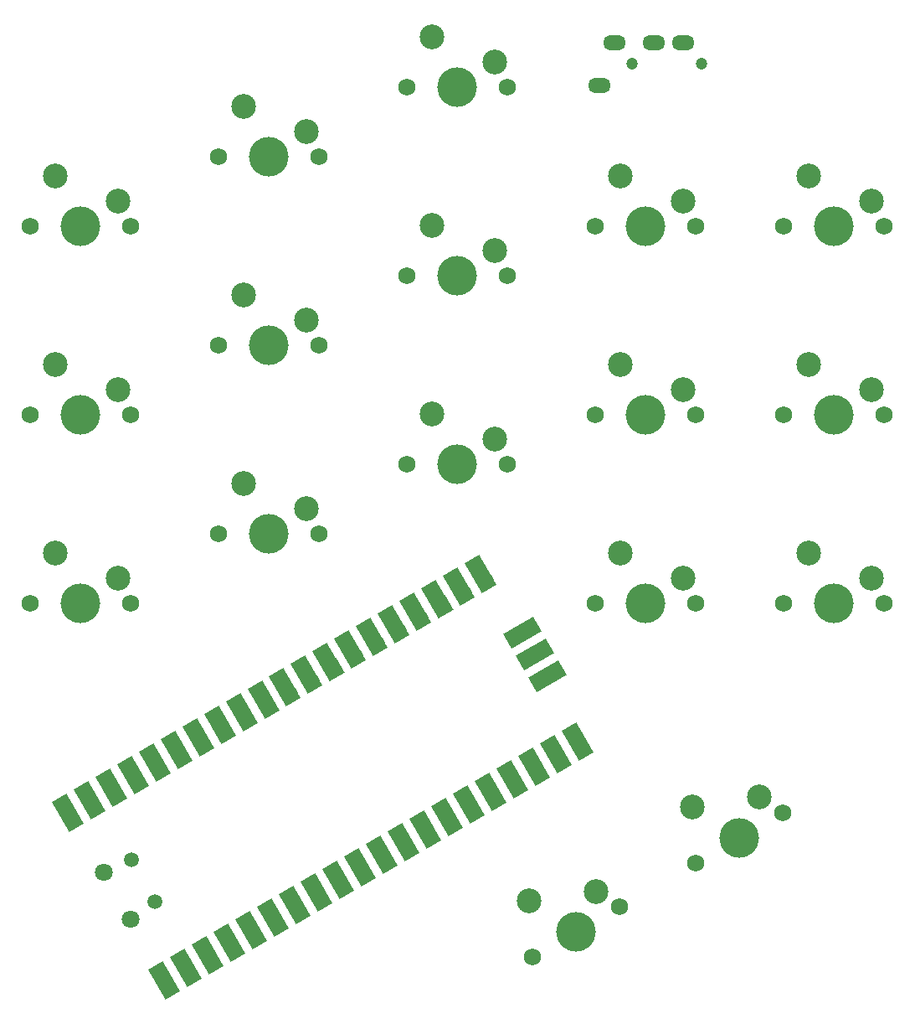
<source format=gbr>
%TF.GenerationSoftware,KiCad,Pcbnew,7.0.8-7.0.8~ubuntu22.04.1*%
%TF.CreationDate,2023-10-29T15:08:38+03:00*%
%TF.ProjectId,Keeb,4b656562-2e6b-4696-9361-645f70636258,rev?*%
%TF.SameCoordinates,Original*%
%TF.FileFunction,Soldermask,Top*%
%TF.FilePolarity,Negative*%
%FSLAX46Y46*%
G04 Gerber Fmt 4.6, Leading zero omitted, Abs format (unit mm)*
G04 Created by KiCad (PCBNEW 7.0.8-7.0.8~ubuntu22.04.1) date 2023-10-29 15:08:38*
%MOMM*%
%LPD*%
G01*
G04 APERTURE LIST*
G04 Aperture macros list*
%AMHorizOval*
0 Thick line with rounded ends*
0 $1 width*
0 $2 $3 position (X,Y) of the first rounded end (center of the circle)*
0 $4 $5 position (X,Y) of the second rounded end (center of the circle)*
0 Add line between two ends*
20,1,$1,$2,$3,$4,$5,0*
0 Add two circle primitives to create the rounded ends*
1,1,$1,$2,$3*
1,1,$1,$4,$5*%
%AMRotRect*
0 Rectangle, with rotation*
0 The origin of the aperture is its center*
0 $1 length*
0 $2 width*
0 $3 Rotation angle, in degrees counterclockwise*
0 Add horizontal line*
21,1,$1,$2,0,0,$3*%
G04 Aperture macros list end*
%ADD10C,1.200000*%
%ADD11O,2.300000X1.500000*%
%ADD12HorizOval,1.800000X0.000000X0.000000X0.000000X0.000000X0*%
%ADD13HorizOval,1.500000X0.000000X0.000000X0.000000X0.000000X0*%
%ADD14HorizOval,1.700000X0.000000X0.000000X0.000000X0.000000X0*%
%ADD15RotRect,3.500000X1.700000X120.000000*%
%ADD16RotRect,1.700000X1.700000X120.000000*%
%ADD17RotRect,3.500000X1.700000X210.000000*%
%ADD18C,1.750000*%
%ADD19C,4.000000*%
%ADD20C,2.500000*%
G04 APERTURE END LIST*
D10*
%TO.C,J1*%
X184035000Y-32445000D03*
X177035000Y-32445000D03*
D11*
X182235000Y-30295000D03*
X179235000Y-30295000D03*
X175235000Y-30295000D03*
X173735000Y-34595000D03*
%TD*%
D12*
%TO.C,U1*%
X126327890Y-118869919D03*
D13*
X128801947Y-117095112D03*
X126376947Y-112894888D03*
D12*
X123602890Y-114150081D03*
D14*
X129297807Y-124273966D03*
D15*
X129747807Y-125053389D03*
D14*
X131497512Y-123003966D03*
D15*
X131947512Y-123783389D03*
D16*
X133697216Y-121733966D03*
D15*
X134147216Y-122513389D03*
D14*
X135896921Y-120463966D03*
D15*
X136346921Y-121243389D03*
D14*
X138096625Y-119193966D03*
D15*
X138546625Y-119973389D03*
D14*
X140296330Y-117923966D03*
D15*
X140746330Y-118703389D03*
D14*
X142496034Y-116653966D03*
D15*
X142946034Y-117433389D03*
D16*
X144695739Y-115383966D03*
D15*
X145145739Y-116163389D03*
D14*
X146895443Y-114113966D03*
D15*
X147345443Y-114893389D03*
D14*
X149095148Y-112843966D03*
D15*
X149545148Y-113623389D03*
D14*
X151294852Y-111573966D03*
D15*
X151744852Y-112353389D03*
D14*
X153494557Y-110303966D03*
D15*
X153944557Y-111083389D03*
D16*
X155694261Y-109033966D03*
D15*
X156144261Y-109813389D03*
D14*
X157893966Y-107763966D03*
D15*
X158343966Y-108543389D03*
D14*
X160093670Y-106493966D03*
D15*
X160543670Y-107273389D03*
D14*
X162293375Y-105223966D03*
D15*
X162743375Y-106003389D03*
D14*
X164493079Y-103953966D03*
D15*
X164943079Y-104733389D03*
D16*
X166692784Y-102683966D03*
D15*
X167142784Y-103463389D03*
D14*
X168892488Y-101413966D03*
D15*
X169342488Y-102193389D03*
D14*
X171092193Y-100143966D03*
D15*
X171542193Y-100923389D03*
D14*
X162202193Y-84746034D03*
D15*
X161752193Y-83966611D03*
D14*
X160002488Y-86016034D03*
D15*
X159552488Y-85236611D03*
D16*
X157802784Y-87286034D03*
D15*
X157352784Y-86506611D03*
D14*
X155603079Y-88556034D03*
D15*
X155153079Y-87776611D03*
D14*
X153403375Y-89826034D03*
D15*
X152953375Y-89046611D03*
D14*
X151203670Y-91096034D03*
D15*
X150753670Y-90316611D03*
D14*
X149003966Y-92366034D03*
D15*
X148553966Y-91586611D03*
D16*
X146804261Y-93636034D03*
D15*
X146354261Y-92856611D03*
D14*
X144604557Y-94906034D03*
D15*
X144154557Y-94126611D03*
D14*
X142404852Y-96176034D03*
D15*
X141954852Y-95396611D03*
D14*
X140205148Y-97446034D03*
D15*
X139755148Y-96666611D03*
D14*
X138005443Y-98716034D03*
D15*
X137555443Y-97936611D03*
D16*
X135805739Y-99986034D03*
D15*
X135355739Y-99206611D03*
D14*
X133606034Y-101256034D03*
D15*
X133156034Y-100476611D03*
D14*
X131406330Y-102526034D03*
D15*
X130956330Y-101746611D03*
D14*
X129206625Y-103796034D03*
D15*
X128756625Y-103016611D03*
D14*
X127006921Y-105066034D03*
D15*
X126556921Y-104286611D03*
D16*
X124807216Y-106336034D03*
D15*
X124357216Y-105556611D03*
D14*
X122607512Y-107606034D03*
D15*
X122157512Y-106826611D03*
D14*
X120407807Y-108876034D03*
D15*
X119957807Y-108096611D03*
D14*
X167718007Y-94759705D03*
D17*
X168497430Y-94309705D03*
D16*
X166448007Y-92560000D03*
D17*
X167227430Y-92110000D03*
D14*
X165178007Y-90360295D03*
D17*
X165957430Y-89910295D03*
%TD*%
D18*
%TO.C,SW3*%
X126365000Y-48895000D03*
D19*
X121285000Y-48895000D03*
D18*
X116205000Y-48895000D03*
D20*
X125095000Y-46355000D03*
X118745000Y-43815000D03*
%TD*%
D18*
%TO.C,SW4*%
X126365000Y-67945000D03*
D19*
X121285000Y-67945000D03*
D18*
X116205000Y-67945000D03*
D20*
X125095000Y-65405000D03*
X118745000Y-62865000D03*
%TD*%
D18*
%TO.C,SW5*%
X126365000Y-86995000D03*
D19*
X121285000Y-86995000D03*
D18*
X116205000Y-86995000D03*
D20*
X125095000Y-84455000D03*
X118745000Y-81915000D03*
%TD*%
D18*
%TO.C,SW6*%
X145415000Y-41845000D03*
D19*
X140335000Y-41845000D03*
D18*
X135255000Y-41845000D03*
D20*
X144145000Y-39305000D03*
X137795000Y-36765000D03*
%TD*%
D18*
%TO.C,SW7*%
X145415000Y-60895000D03*
D19*
X140335000Y-60895000D03*
D18*
X135255000Y-60895000D03*
D20*
X144145000Y-58355000D03*
X137795000Y-55815000D03*
%TD*%
D18*
%TO.C,SW8*%
X145415000Y-79945000D03*
D19*
X140335000Y-79945000D03*
D18*
X135255000Y-79945000D03*
D20*
X144145000Y-77405000D03*
X137795000Y-74865000D03*
%TD*%
D18*
%TO.C,SW9*%
X164465000Y-34795000D03*
D19*
X159385000Y-34795000D03*
D18*
X154305000Y-34795000D03*
D20*
X163195000Y-32255000D03*
X156845000Y-29715000D03*
%TD*%
D18*
%TO.C,SW10*%
X164465000Y-53845000D03*
D19*
X159385000Y-53845000D03*
D18*
X154305000Y-53845000D03*
D20*
X163195000Y-51305000D03*
X156845000Y-48765000D03*
%TD*%
D18*
%TO.C,SW11*%
X164465000Y-72895000D03*
D19*
X159385000Y-72895000D03*
D18*
X154305000Y-72895000D03*
D20*
X163195000Y-70355000D03*
X156845000Y-67815000D03*
%TD*%
D18*
%TO.C,SW13*%
X183515000Y-48895000D03*
D19*
X178435000Y-48895000D03*
D18*
X173355000Y-48895000D03*
D20*
X182245000Y-46355000D03*
X175895000Y-43815000D03*
%TD*%
D18*
%TO.C,SW14*%
X183515000Y-67945000D03*
D19*
X178435000Y-67945000D03*
D18*
X173355000Y-67945000D03*
D20*
X182245000Y-65405000D03*
X175895000Y-62865000D03*
%TD*%
D18*
%TO.C,SW15*%
X183515000Y-86995000D03*
D19*
X178435000Y-86995000D03*
D18*
X173355000Y-86995000D03*
D20*
X182245000Y-84455000D03*
X175895000Y-81915000D03*
%TD*%
D18*
%TO.C,SW16*%
X175797052Y-117644567D03*
D19*
X171397643Y-120184567D03*
D18*
X166998234Y-122724567D03*
D20*
X173427200Y-116079862D03*
X166657938Y-117055158D03*
%TD*%
D18*
%TO.C,SW17*%
X202565000Y-48895000D03*
D19*
X197485000Y-48895000D03*
D18*
X192405000Y-48895000D03*
D20*
X201295000Y-46355000D03*
X194945000Y-43815000D03*
%TD*%
D18*
%TO.C,SW18*%
X202565000Y-67945000D03*
D19*
X197485000Y-67945000D03*
D18*
X192405000Y-67945000D03*
D20*
X201295000Y-65405000D03*
X194945000Y-62865000D03*
%TD*%
D18*
%TO.C,SW19*%
X202565000Y-86995000D03*
D19*
X197485000Y-86995000D03*
D18*
X192405000Y-86995000D03*
D20*
X201295000Y-84455000D03*
X194945000Y-81915000D03*
%TD*%
D18*
%TO.C,SW20*%
X192294836Y-108119567D03*
D19*
X187895427Y-110659567D03*
D18*
X183496018Y-113199567D03*
D20*
X189924984Y-106554862D03*
X183155722Y-107530158D03*
%TD*%
M02*

</source>
